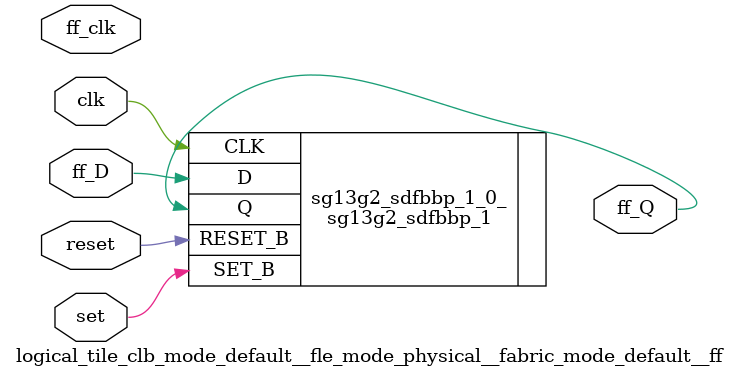
<source format=v>
`default_nettype none

module logical_tile_clb_mode_default__fle_mode_physical__fabric_mode_default__ff(set,
                                                                                 reset,
                                                                                 clk,
                                                                                 ff_D,
                                                                                 ff_Q,
                                                                                 ff_clk);
//----- GLOBAL PORTS -----
input [0:0] set;
//----- GLOBAL PORTS -----
input [0:0] reset;
//----- GLOBAL PORTS -----
input [0:0] clk;
//----- INPUT PORTS -----
input [0:0] ff_D;
//----- OUTPUT PORTS -----
output [0:0] ff_Q;
//----- CLOCK PORTS -----
input [0:0] ff_clk;

//----- BEGIN wire-connection ports -----
wire [0:0] ff_D;
wire [0:0] ff_Q;
wire [0:0] ff_clk;
//----- END wire-connection ports -----


//----- BEGIN Registered ports -----
//----- END Registered ports -----



// ----- BEGIN Local short connections -----
// ----- END Local short connections -----
// ----- BEGIN Local output short connections -----
// ----- END Local output short connections -----

	sg13g2_sdfbbp_1 sg13g2_sdfbbp_1_0_ (
		.SET_B(set),
		.RESET_B(reset),
		.CLK(clk),
		.D(ff_D),
		.Q(ff_Q));

endmodule
// ----- END Verilog module for logical_tile_clb_mode_default__fle_mode_physical__fabric_mode_default__ff -----

//----- Default net type -----
`default_nettype wire




</source>
